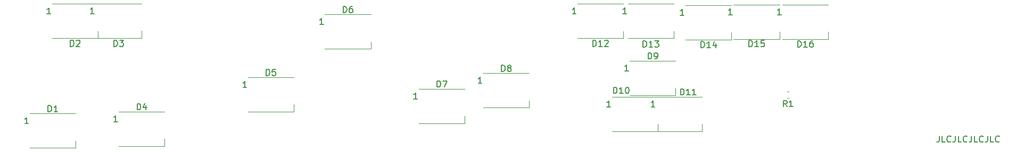
<source format=gbr>
%TF.GenerationSoftware,KiCad,Pcbnew,(5.1.6)-1*%
%TF.CreationDate,2021-08-25T12:57:47+10:00*%
%TF.ProjectId,HUD VID RCD Panel PCB V2,48554420-5649-4442-9052-43442050616e,rev?*%
%TF.SameCoordinates,Original*%
%TF.FileFunction,Legend,Top*%
%TF.FilePolarity,Positive*%
%FSLAX46Y46*%
G04 Gerber Fmt 4.6, Leading zero omitted, Abs format (unit mm)*
G04 Created by KiCad (PCBNEW (5.1.6)-1) date 2021-08-25 12:57:47*
%MOMM*%
%LPD*%
G01*
G04 APERTURE LIST*
%ADD10C,0.150000*%
%ADD11C,0.120000*%
G04 APERTURE END LIST*
D10*
X201628952Y-89495380D02*
X201628952Y-90209666D01*
X201581333Y-90352523D01*
X201486095Y-90447761D01*
X201343238Y-90495380D01*
X201248000Y-90495380D01*
X202581333Y-90495380D02*
X202105142Y-90495380D01*
X202105142Y-89495380D01*
X203486095Y-90400142D02*
X203438476Y-90447761D01*
X203295619Y-90495380D01*
X203200380Y-90495380D01*
X203057523Y-90447761D01*
X202962285Y-90352523D01*
X202914666Y-90257285D01*
X202867047Y-90066809D01*
X202867047Y-89923952D01*
X202914666Y-89733476D01*
X202962285Y-89638238D01*
X203057523Y-89543000D01*
X203200380Y-89495380D01*
X203295619Y-89495380D01*
X203438476Y-89543000D01*
X203486095Y-89590619D01*
X204200380Y-89495380D02*
X204200380Y-90209666D01*
X204152761Y-90352523D01*
X204057523Y-90447761D01*
X203914666Y-90495380D01*
X203819428Y-90495380D01*
X205152761Y-90495380D02*
X204676571Y-90495380D01*
X204676571Y-89495380D01*
X206057523Y-90400142D02*
X206009904Y-90447761D01*
X205867047Y-90495380D01*
X205771809Y-90495380D01*
X205628952Y-90447761D01*
X205533714Y-90352523D01*
X205486095Y-90257285D01*
X205438476Y-90066809D01*
X205438476Y-89923952D01*
X205486095Y-89733476D01*
X205533714Y-89638238D01*
X205628952Y-89543000D01*
X205771809Y-89495380D01*
X205867047Y-89495380D01*
X206009904Y-89543000D01*
X206057523Y-89590619D01*
X206771809Y-89495380D02*
X206771809Y-90209666D01*
X206724190Y-90352523D01*
X206628952Y-90447761D01*
X206486095Y-90495380D01*
X206390857Y-90495380D01*
X207724190Y-90495380D02*
X207248000Y-90495380D01*
X207248000Y-89495380D01*
X208628952Y-90400142D02*
X208581333Y-90447761D01*
X208438476Y-90495380D01*
X208343238Y-90495380D01*
X208200380Y-90447761D01*
X208105142Y-90352523D01*
X208057523Y-90257285D01*
X208009904Y-90066809D01*
X208009904Y-89923952D01*
X208057523Y-89733476D01*
X208105142Y-89638238D01*
X208200380Y-89543000D01*
X208343238Y-89495380D01*
X208438476Y-89495380D01*
X208581333Y-89543000D01*
X208628952Y-89590619D01*
X209343238Y-89495380D02*
X209343238Y-90209666D01*
X209295619Y-90352523D01*
X209200380Y-90447761D01*
X209057523Y-90495380D01*
X208962285Y-90495380D01*
X210295619Y-90495380D02*
X209819428Y-90495380D01*
X209819428Y-89495380D01*
X211200380Y-90400142D02*
X211152761Y-90447761D01*
X211009904Y-90495380D01*
X210914666Y-90495380D01*
X210771809Y-90447761D01*
X210676571Y-90352523D01*
X210628952Y-90257285D01*
X210581333Y-90066809D01*
X210581333Y-89923952D01*
X210628952Y-89733476D01*
X210676571Y-89638238D01*
X210771809Y-89543000D01*
X210914666Y-89495380D01*
X211009904Y-89495380D01*
X211152761Y-89543000D01*
X211200380Y-89590619D01*
D11*
%TO.C,R1*%
X177734779Y-82421000D02*
X177409221Y-82421000D01*
X177734779Y-83441000D02*
X177409221Y-83441000D01*
%TO.C,D16*%
X183990000Y-74022400D02*
X183990000Y-72872400D01*
X176690000Y-74022400D02*
X183990000Y-74022400D01*
X176690000Y-68522400D02*
X183990000Y-68522400D01*
%TO.C,D15*%
X176229000Y-73996800D02*
X176229000Y-72846800D01*
X168929000Y-73996800D02*
X176229000Y-73996800D01*
X168929000Y-68496800D02*
X176229000Y-68496800D01*
%TO.C,D14*%
X168547000Y-74073200D02*
X168547000Y-72923200D01*
X161247000Y-74073200D02*
X168547000Y-74073200D01*
X161247000Y-68573200D02*
X168547000Y-68573200D01*
%TO.C,D13*%
X159403000Y-73870000D02*
X159403000Y-72720000D01*
X152103000Y-73870000D02*
X159403000Y-73870000D01*
X152103000Y-68370000D02*
X159403000Y-68370000D01*
%TO.C,D12*%
X151376000Y-73870000D02*
X151376000Y-72720000D01*
X144076000Y-73870000D02*
X151376000Y-73870000D01*
X144076000Y-68370000D02*
X151376000Y-68370000D01*
%TO.C,D11*%
X163912000Y-88728800D02*
X163912000Y-87578800D01*
X156612000Y-88728800D02*
X163912000Y-88728800D01*
X156612000Y-83228800D02*
X163912000Y-83228800D01*
%TO.C,D10*%
X156863000Y-88754400D02*
X156863000Y-87604400D01*
X149563000Y-88754400D02*
X156863000Y-88754400D01*
X149563000Y-83254400D02*
X156863000Y-83254400D01*
%TO.C,D9*%
X159696000Y-82988800D02*
X159696000Y-81838800D01*
X152396000Y-82988800D02*
X159696000Y-82988800D01*
X152396000Y-77488800D02*
X159696000Y-77488800D01*
%TO.C,D8*%
X136402000Y-84969600D02*
X136402000Y-83819600D01*
X129102000Y-84969600D02*
X136402000Y-84969600D01*
X129102000Y-79469600D02*
X136402000Y-79469600D01*
%TO.C,D7*%
X126129000Y-87484400D02*
X126129000Y-86334400D01*
X118829000Y-87484400D02*
X126129000Y-87484400D01*
X118829000Y-81984400D02*
X126129000Y-81984400D01*
%TO.C,D6*%
X111205000Y-75571600D02*
X111205000Y-74421600D01*
X103905000Y-75571600D02*
X111205000Y-75571600D01*
X103905000Y-70071600D02*
X111205000Y-70071600D01*
%TO.C,D5*%
X98962400Y-85630000D02*
X98962400Y-84480000D01*
X91662400Y-85630000D02*
X98962400Y-85630000D01*
X91662400Y-80130000D02*
X98962400Y-80130000D01*
%TO.C,D4*%
X78416000Y-91116400D02*
X78416000Y-89966400D01*
X71116000Y-91116400D02*
X78416000Y-91116400D01*
X71116000Y-85616400D02*
X78416000Y-85616400D01*
%TO.C,D3*%
X74707600Y-73844400D02*
X74707600Y-72694400D01*
X67407600Y-73844400D02*
X74707600Y-73844400D01*
X67407600Y-68344400D02*
X74707600Y-68344400D01*
%TO.C,D2*%
X67798800Y-73895200D02*
X67798800Y-72745200D01*
X60498800Y-73895200D02*
X67798800Y-73895200D01*
X60498800Y-68395200D02*
X67798800Y-68395200D01*
%TO.C,D1*%
X64266000Y-91421200D02*
X64266000Y-90271200D01*
X56966000Y-91421200D02*
X64266000Y-91421200D01*
X56966000Y-85921200D02*
X64266000Y-85921200D01*
%TO.C,R1*%
D10*
X177405333Y-84813380D02*
X177072000Y-84337190D01*
X176833904Y-84813380D02*
X176833904Y-83813380D01*
X177214857Y-83813380D01*
X177310095Y-83861000D01*
X177357714Y-83908619D01*
X177405333Y-84003857D01*
X177405333Y-84146714D01*
X177357714Y-84241952D01*
X177310095Y-84289571D01*
X177214857Y-84337190D01*
X176833904Y-84337190D01*
X178357714Y-84813380D02*
X177786285Y-84813380D01*
X178072000Y-84813380D02*
X178072000Y-83813380D01*
X177976761Y-83956238D01*
X177881523Y-84051476D01*
X177786285Y-84099095D01*
%TO.C,D16*%
X179125714Y-75280780D02*
X179125714Y-74280780D01*
X179363809Y-74280780D01*
X179506666Y-74328400D01*
X179601904Y-74423638D01*
X179649523Y-74518876D01*
X179697142Y-74709352D01*
X179697142Y-74852209D01*
X179649523Y-75042685D01*
X179601904Y-75137923D01*
X179506666Y-75233161D01*
X179363809Y-75280780D01*
X179125714Y-75280780D01*
X180649523Y-75280780D02*
X180078095Y-75280780D01*
X180363809Y-75280780D02*
X180363809Y-74280780D01*
X180268571Y-74423638D01*
X180173333Y-74518876D01*
X180078095Y-74566495D01*
X181506666Y-74280780D02*
X181316190Y-74280780D01*
X181220952Y-74328400D01*
X181173333Y-74376019D01*
X181078095Y-74518876D01*
X181030476Y-74709352D01*
X181030476Y-75090304D01*
X181078095Y-75185542D01*
X181125714Y-75233161D01*
X181220952Y-75280780D01*
X181411428Y-75280780D01*
X181506666Y-75233161D01*
X181554285Y-75185542D01*
X181601904Y-75090304D01*
X181601904Y-74852209D01*
X181554285Y-74756971D01*
X181506666Y-74709352D01*
X181411428Y-74661733D01*
X181220952Y-74661733D01*
X181125714Y-74709352D01*
X181078095Y-74756971D01*
X181030476Y-74852209D01*
X176475714Y-70124780D02*
X175904285Y-70124780D01*
X176190000Y-70124780D02*
X176190000Y-69124780D01*
X176094761Y-69267638D01*
X175999523Y-69362876D01*
X175904285Y-69410495D01*
%TO.C,D15*%
X171353314Y-75229980D02*
X171353314Y-74229980D01*
X171591409Y-74229980D01*
X171734266Y-74277600D01*
X171829504Y-74372838D01*
X171877123Y-74468076D01*
X171924742Y-74658552D01*
X171924742Y-74801409D01*
X171877123Y-74991885D01*
X171829504Y-75087123D01*
X171734266Y-75182361D01*
X171591409Y-75229980D01*
X171353314Y-75229980D01*
X172877123Y-75229980D02*
X172305695Y-75229980D01*
X172591409Y-75229980D02*
X172591409Y-74229980D01*
X172496171Y-74372838D01*
X172400933Y-74468076D01*
X172305695Y-74515695D01*
X173781885Y-74229980D02*
X173305695Y-74229980D01*
X173258076Y-74706171D01*
X173305695Y-74658552D01*
X173400933Y-74610933D01*
X173639028Y-74610933D01*
X173734266Y-74658552D01*
X173781885Y-74706171D01*
X173829504Y-74801409D01*
X173829504Y-75039504D01*
X173781885Y-75134742D01*
X173734266Y-75182361D01*
X173639028Y-75229980D01*
X173400933Y-75229980D01*
X173305695Y-75182361D01*
X173258076Y-75134742D01*
X168714714Y-70099180D02*
X168143285Y-70099180D01*
X168429000Y-70099180D02*
X168429000Y-69099180D01*
X168333761Y-69242038D01*
X168238523Y-69337276D01*
X168143285Y-69384895D01*
%TO.C,D14*%
X163733314Y-75382380D02*
X163733314Y-74382380D01*
X163971409Y-74382380D01*
X164114266Y-74430000D01*
X164209504Y-74525238D01*
X164257123Y-74620476D01*
X164304742Y-74810952D01*
X164304742Y-74953809D01*
X164257123Y-75144285D01*
X164209504Y-75239523D01*
X164114266Y-75334761D01*
X163971409Y-75382380D01*
X163733314Y-75382380D01*
X165257123Y-75382380D02*
X164685695Y-75382380D01*
X164971409Y-75382380D02*
X164971409Y-74382380D01*
X164876171Y-74525238D01*
X164780933Y-74620476D01*
X164685695Y-74668095D01*
X166114266Y-74715714D02*
X166114266Y-75382380D01*
X165876171Y-74334761D02*
X165638076Y-75049047D01*
X166257123Y-75049047D01*
X161032714Y-70175580D02*
X160461285Y-70175580D01*
X160747000Y-70175580D02*
X160747000Y-69175580D01*
X160651761Y-69318438D01*
X160556523Y-69413676D01*
X160461285Y-69461295D01*
%TO.C,D13*%
X154538714Y-75280780D02*
X154538714Y-74280780D01*
X154776809Y-74280780D01*
X154919666Y-74328400D01*
X155014904Y-74423638D01*
X155062523Y-74518876D01*
X155110142Y-74709352D01*
X155110142Y-74852209D01*
X155062523Y-75042685D01*
X155014904Y-75137923D01*
X154919666Y-75233161D01*
X154776809Y-75280780D01*
X154538714Y-75280780D01*
X156062523Y-75280780D02*
X155491095Y-75280780D01*
X155776809Y-75280780D02*
X155776809Y-74280780D01*
X155681571Y-74423638D01*
X155586333Y-74518876D01*
X155491095Y-74566495D01*
X156395857Y-74280780D02*
X157014904Y-74280780D01*
X156681571Y-74661733D01*
X156824428Y-74661733D01*
X156919666Y-74709352D01*
X156967285Y-74756971D01*
X157014904Y-74852209D01*
X157014904Y-75090304D01*
X156967285Y-75185542D01*
X156919666Y-75233161D01*
X156824428Y-75280780D01*
X156538714Y-75280780D01*
X156443476Y-75233161D01*
X156395857Y-75185542D01*
X151888714Y-69972380D02*
X151317285Y-69972380D01*
X151603000Y-69972380D02*
X151603000Y-68972380D01*
X151507761Y-69115238D01*
X151412523Y-69210476D01*
X151317285Y-69258095D01*
%TO.C,D12*%
X146511714Y-75179180D02*
X146511714Y-74179180D01*
X146749809Y-74179180D01*
X146892666Y-74226800D01*
X146987904Y-74322038D01*
X147035523Y-74417276D01*
X147083142Y-74607752D01*
X147083142Y-74750609D01*
X147035523Y-74941085D01*
X146987904Y-75036323D01*
X146892666Y-75131561D01*
X146749809Y-75179180D01*
X146511714Y-75179180D01*
X148035523Y-75179180D02*
X147464095Y-75179180D01*
X147749809Y-75179180D02*
X147749809Y-74179180D01*
X147654571Y-74322038D01*
X147559333Y-74417276D01*
X147464095Y-74464895D01*
X148416476Y-74274419D02*
X148464095Y-74226800D01*
X148559333Y-74179180D01*
X148797428Y-74179180D01*
X148892666Y-74226800D01*
X148940285Y-74274419D01*
X148987904Y-74369657D01*
X148987904Y-74464895D01*
X148940285Y-74607752D01*
X148368857Y-75179180D01*
X148987904Y-75179180D01*
X143861714Y-69972380D02*
X143290285Y-69972380D01*
X143576000Y-69972380D02*
X143576000Y-68972380D01*
X143480761Y-69115238D01*
X143385523Y-69210476D01*
X143290285Y-69258095D01*
%TO.C,D11*%
X160482114Y-82951580D02*
X160482114Y-81951580D01*
X160720209Y-81951580D01*
X160863066Y-81999200D01*
X160958304Y-82094438D01*
X161005923Y-82189676D01*
X161053542Y-82380152D01*
X161053542Y-82523009D01*
X161005923Y-82713485D01*
X160958304Y-82808723D01*
X160863066Y-82903961D01*
X160720209Y-82951580D01*
X160482114Y-82951580D01*
X162005923Y-82951580D02*
X161434495Y-82951580D01*
X161720209Y-82951580D02*
X161720209Y-81951580D01*
X161624971Y-82094438D01*
X161529733Y-82189676D01*
X161434495Y-82237295D01*
X162958304Y-82951580D02*
X162386876Y-82951580D01*
X162672590Y-82951580D02*
X162672590Y-81951580D01*
X162577352Y-82094438D01*
X162482114Y-82189676D01*
X162386876Y-82237295D01*
X156397714Y-84831180D02*
X155826285Y-84831180D01*
X156112000Y-84831180D02*
X156112000Y-83831180D01*
X156016761Y-83974038D01*
X155921523Y-84069276D01*
X155826285Y-84116895D01*
%TO.C,D10*%
X149814114Y-82697580D02*
X149814114Y-81697580D01*
X150052209Y-81697580D01*
X150195066Y-81745200D01*
X150290304Y-81840438D01*
X150337923Y-81935676D01*
X150385542Y-82126152D01*
X150385542Y-82269009D01*
X150337923Y-82459485D01*
X150290304Y-82554723D01*
X150195066Y-82649961D01*
X150052209Y-82697580D01*
X149814114Y-82697580D01*
X151337923Y-82697580D02*
X150766495Y-82697580D01*
X151052209Y-82697580D02*
X151052209Y-81697580D01*
X150956971Y-81840438D01*
X150861733Y-81935676D01*
X150766495Y-81983295D01*
X151956971Y-81697580D02*
X152052209Y-81697580D01*
X152147447Y-81745200D01*
X152195066Y-81792819D01*
X152242685Y-81888057D01*
X152290304Y-82078533D01*
X152290304Y-82316628D01*
X152242685Y-82507104D01*
X152195066Y-82602342D01*
X152147447Y-82649961D01*
X152052209Y-82697580D01*
X151956971Y-82697580D01*
X151861733Y-82649961D01*
X151814114Y-82602342D01*
X151766495Y-82507104D01*
X151718876Y-82316628D01*
X151718876Y-82078533D01*
X151766495Y-81888057D01*
X151814114Y-81792819D01*
X151861733Y-81745200D01*
X151956971Y-81697580D01*
X149348714Y-84856780D02*
X148777285Y-84856780D01*
X149063000Y-84856780D02*
X149063000Y-83856780D01*
X148967761Y-83999638D01*
X148872523Y-84094876D01*
X148777285Y-84142495D01*
%TO.C,D9*%
X155307904Y-77191180D02*
X155307904Y-76191180D01*
X155546000Y-76191180D01*
X155688857Y-76238800D01*
X155784095Y-76334038D01*
X155831714Y-76429276D01*
X155879333Y-76619752D01*
X155879333Y-76762609D01*
X155831714Y-76953085D01*
X155784095Y-77048323D01*
X155688857Y-77143561D01*
X155546000Y-77191180D01*
X155307904Y-77191180D01*
X156355523Y-77191180D02*
X156546000Y-77191180D01*
X156641238Y-77143561D01*
X156688857Y-77095942D01*
X156784095Y-76953085D01*
X156831714Y-76762609D01*
X156831714Y-76381657D01*
X156784095Y-76286419D01*
X156736476Y-76238800D01*
X156641238Y-76191180D01*
X156450761Y-76191180D01*
X156355523Y-76238800D01*
X156307904Y-76286419D01*
X156260285Y-76381657D01*
X156260285Y-76619752D01*
X156307904Y-76714990D01*
X156355523Y-76762609D01*
X156450761Y-76810228D01*
X156641238Y-76810228D01*
X156736476Y-76762609D01*
X156784095Y-76714990D01*
X156831714Y-76619752D01*
X152181714Y-79091180D02*
X151610285Y-79091180D01*
X151896000Y-79091180D02*
X151896000Y-78091180D01*
X151800761Y-78234038D01*
X151705523Y-78329276D01*
X151610285Y-78376895D01*
%TO.C,D8*%
X132013904Y-79171980D02*
X132013904Y-78171980D01*
X132252000Y-78171980D01*
X132394857Y-78219600D01*
X132490095Y-78314838D01*
X132537714Y-78410076D01*
X132585333Y-78600552D01*
X132585333Y-78743409D01*
X132537714Y-78933885D01*
X132490095Y-79029123D01*
X132394857Y-79124361D01*
X132252000Y-79171980D01*
X132013904Y-79171980D01*
X133156761Y-78600552D02*
X133061523Y-78552933D01*
X133013904Y-78505314D01*
X132966285Y-78410076D01*
X132966285Y-78362457D01*
X133013904Y-78267219D01*
X133061523Y-78219600D01*
X133156761Y-78171980D01*
X133347238Y-78171980D01*
X133442476Y-78219600D01*
X133490095Y-78267219D01*
X133537714Y-78362457D01*
X133537714Y-78410076D01*
X133490095Y-78505314D01*
X133442476Y-78552933D01*
X133347238Y-78600552D01*
X133156761Y-78600552D01*
X133061523Y-78648171D01*
X133013904Y-78695790D01*
X132966285Y-78791028D01*
X132966285Y-78981504D01*
X133013904Y-79076742D01*
X133061523Y-79124361D01*
X133156761Y-79171980D01*
X133347238Y-79171980D01*
X133442476Y-79124361D01*
X133490095Y-79076742D01*
X133537714Y-78981504D01*
X133537714Y-78791028D01*
X133490095Y-78695790D01*
X133442476Y-78648171D01*
X133347238Y-78600552D01*
X128887714Y-81071980D02*
X128316285Y-81071980D01*
X128602000Y-81071980D02*
X128602000Y-80071980D01*
X128506761Y-80214838D01*
X128411523Y-80310076D01*
X128316285Y-80357695D01*
%TO.C,D7*%
X121740904Y-81686780D02*
X121740904Y-80686780D01*
X121979000Y-80686780D01*
X122121857Y-80734400D01*
X122217095Y-80829638D01*
X122264714Y-80924876D01*
X122312333Y-81115352D01*
X122312333Y-81258209D01*
X122264714Y-81448685D01*
X122217095Y-81543923D01*
X122121857Y-81639161D01*
X121979000Y-81686780D01*
X121740904Y-81686780D01*
X122645666Y-80686780D02*
X123312333Y-80686780D01*
X122883761Y-81686780D01*
X118614714Y-83586780D02*
X118043285Y-83586780D01*
X118329000Y-83586780D02*
X118329000Y-82586780D01*
X118233761Y-82729638D01*
X118138523Y-82824876D01*
X118043285Y-82872495D01*
%TO.C,D6*%
X106816904Y-69773980D02*
X106816904Y-68773980D01*
X107055000Y-68773980D01*
X107197857Y-68821600D01*
X107293095Y-68916838D01*
X107340714Y-69012076D01*
X107388333Y-69202552D01*
X107388333Y-69345409D01*
X107340714Y-69535885D01*
X107293095Y-69631123D01*
X107197857Y-69726361D01*
X107055000Y-69773980D01*
X106816904Y-69773980D01*
X108245476Y-68773980D02*
X108055000Y-68773980D01*
X107959761Y-68821600D01*
X107912142Y-68869219D01*
X107816904Y-69012076D01*
X107769285Y-69202552D01*
X107769285Y-69583504D01*
X107816904Y-69678742D01*
X107864523Y-69726361D01*
X107959761Y-69773980D01*
X108150238Y-69773980D01*
X108245476Y-69726361D01*
X108293095Y-69678742D01*
X108340714Y-69583504D01*
X108340714Y-69345409D01*
X108293095Y-69250171D01*
X108245476Y-69202552D01*
X108150238Y-69154933D01*
X107959761Y-69154933D01*
X107864523Y-69202552D01*
X107816904Y-69250171D01*
X107769285Y-69345409D01*
X103690714Y-71673980D02*
X103119285Y-71673980D01*
X103405000Y-71673980D02*
X103405000Y-70673980D01*
X103309761Y-70816838D01*
X103214523Y-70912076D01*
X103119285Y-70959695D01*
%TO.C,D5*%
X94574304Y-79832380D02*
X94574304Y-78832380D01*
X94812400Y-78832380D01*
X94955257Y-78880000D01*
X95050495Y-78975238D01*
X95098114Y-79070476D01*
X95145733Y-79260952D01*
X95145733Y-79403809D01*
X95098114Y-79594285D01*
X95050495Y-79689523D01*
X94955257Y-79784761D01*
X94812400Y-79832380D01*
X94574304Y-79832380D01*
X96050495Y-78832380D02*
X95574304Y-78832380D01*
X95526685Y-79308571D01*
X95574304Y-79260952D01*
X95669542Y-79213333D01*
X95907638Y-79213333D01*
X96002876Y-79260952D01*
X96050495Y-79308571D01*
X96098114Y-79403809D01*
X96098114Y-79641904D01*
X96050495Y-79737142D01*
X96002876Y-79784761D01*
X95907638Y-79832380D01*
X95669542Y-79832380D01*
X95574304Y-79784761D01*
X95526685Y-79737142D01*
X91448114Y-81732380D02*
X90876685Y-81732380D01*
X91162400Y-81732380D02*
X91162400Y-80732380D01*
X91067161Y-80875238D01*
X90971923Y-80970476D01*
X90876685Y-81018095D01*
%TO.C,D4*%
X74027904Y-85318780D02*
X74027904Y-84318780D01*
X74266000Y-84318780D01*
X74408857Y-84366400D01*
X74504095Y-84461638D01*
X74551714Y-84556876D01*
X74599333Y-84747352D01*
X74599333Y-84890209D01*
X74551714Y-85080685D01*
X74504095Y-85175923D01*
X74408857Y-85271161D01*
X74266000Y-85318780D01*
X74027904Y-85318780D01*
X75456476Y-84652114D02*
X75456476Y-85318780D01*
X75218380Y-84271161D02*
X74980285Y-84985447D01*
X75599333Y-84985447D01*
X70901714Y-87218780D02*
X70330285Y-87218780D01*
X70616000Y-87218780D02*
X70616000Y-86218780D01*
X70520761Y-86361638D01*
X70425523Y-86456876D01*
X70330285Y-86504495D01*
%TO.C,D3*%
X70331104Y-75179180D02*
X70331104Y-74179180D01*
X70569200Y-74179180D01*
X70712057Y-74226800D01*
X70807295Y-74322038D01*
X70854914Y-74417276D01*
X70902533Y-74607752D01*
X70902533Y-74750609D01*
X70854914Y-74941085D01*
X70807295Y-75036323D01*
X70712057Y-75131561D01*
X70569200Y-75179180D01*
X70331104Y-75179180D01*
X71235866Y-74179180D02*
X71854914Y-74179180D01*
X71521580Y-74560133D01*
X71664438Y-74560133D01*
X71759676Y-74607752D01*
X71807295Y-74655371D01*
X71854914Y-74750609D01*
X71854914Y-74988704D01*
X71807295Y-75083942D01*
X71759676Y-75131561D01*
X71664438Y-75179180D01*
X71378723Y-75179180D01*
X71283485Y-75131561D01*
X71235866Y-75083942D01*
X67193314Y-69946780D02*
X66621885Y-69946780D01*
X66907600Y-69946780D02*
X66907600Y-68946780D01*
X66812361Y-69089638D01*
X66717123Y-69184876D01*
X66621885Y-69232495D01*
%TO.C,D2*%
X63410704Y-75179180D02*
X63410704Y-74179180D01*
X63648800Y-74179180D01*
X63791657Y-74226800D01*
X63886895Y-74322038D01*
X63934514Y-74417276D01*
X63982133Y-74607752D01*
X63982133Y-74750609D01*
X63934514Y-74941085D01*
X63886895Y-75036323D01*
X63791657Y-75131561D01*
X63648800Y-75179180D01*
X63410704Y-75179180D01*
X64363085Y-74274419D02*
X64410704Y-74226800D01*
X64505942Y-74179180D01*
X64744038Y-74179180D01*
X64839276Y-74226800D01*
X64886895Y-74274419D01*
X64934514Y-74369657D01*
X64934514Y-74464895D01*
X64886895Y-74607752D01*
X64315466Y-75179180D01*
X64934514Y-75179180D01*
X60284514Y-69997580D02*
X59713085Y-69997580D01*
X59998800Y-69997580D02*
X59998800Y-68997580D01*
X59903561Y-69140438D01*
X59808323Y-69235676D01*
X59713085Y-69283295D01*
%TO.C,D1*%
X59877904Y-85623580D02*
X59877904Y-84623580D01*
X60116000Y-84623580D01*
X60258857Y-84671200D01*
X60354095Y-84766438D01*
X60401714Y-84861676D01*
X60449333Y-85052152D01*
X60449333Y-85195009D01*
X60401714Y-85385485D01*
X60354095Y-85480723D01*
X60258857Y-85575961D01*
X60116000Y-85623580D01*
X59877904Y-85623580D01*
X61401714Y-85623580D02*
X60830285Y-85623580D01*
X61116000Y-85623580D02*
X61116000Y-84623580D01*
X61020761Y-84766438D01*
X60925523Y-84861676D01*
X60830285Y-84909295D01*
X56751714Y-87523580D02*
X56180285Y-87523580D01*
X56466000Y-87523580D02*
X56466000Y-86523580D01*
X56370761Y-86666438D01*
X56275523Y-86761676D01*
X56180285Y-86809295D01*
%TD*%
M02*

</source>
